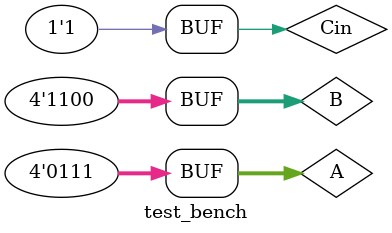
<source format=v>
module ripple_adder_4bit (A, B, Sum, Cin, Cout); 
	input [3:0] A,B; 
	output [3:0] Sum; 
	//reg [3:0] A,B; 
	//wire [3:0] Sum; 
	input Cin; 
	output Cout; 
	//reg Cin; 
	//reg Cout;

	wire [4:0] temp;

	assign temp = A + B + Cin;

	assign Cout = temp[4];

	assign Sum = temp[3:0];

endmodule


module test_bench;

	reg[3:0] A,B;
	//input [3:0] A,B;

	wire [3:0] Sum;
	//output [3:0] Sum;
	
	reg Cin; 
	wire Cout;

	//input Cin;
	//output Cout;
	
	ripple_adder_4bit adder(A,B,Sum,Cin,Cout);

	initial 
		begin
		$dumpfile("ripple_adder_4bit.vcd");
		$dumpvars (0,test_bench);
		$monitor ($time, "A=%h, B=%h, Cin=%b, Sum=%h, Cout =%b",
				A,B,Cin,Sum,Cout);
	
		#5 A=4'h0; B=4'h0; Cin=1'h0;
		#10 A=4'b0111; 
		#15 B=4'b1100; 
		#20 Cin=1'b1;
		end
endmodule

</source>
